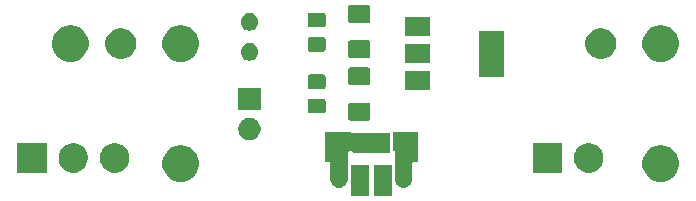
<source format=gbr>
G04 #@! TF.GenerationSoftware,KiCad,Pcbnew,5.1.5-52549c5~86~ubuntu18.04.1*
G04 #@! TF.CreationDate,2020-09-17T20:32:56-05:00*
G04 #@! TF.ProjectId,D02,4430322e-6b69-4636-9164-5f7063625858,rev?*
G04 #@! TF.SameCoordinates,Original*
G04 #@! TF.FileFunction,Soldermask,Top*
G04 #@! TF.FilePolarity,Negative*
%FSLAX46Y46*%
G04 Gerber Fmt 4.6, Leading zero omitted, Abs format (unit mm)*
G04 Created by KiCad (PCBNEW 5.1.5-52549c5~86~ubuntu18.04.1) date 2020-09-17 20:32:56*
%MOMM*%
%LPD*%
G04 APERTURE LIST*
%ADD10C,0.100000*%
G04 APERTURE END LIST*
D10*
G36*
X53212200Y-36671200D02*
G01*
X51680200Y-36671200D01*
X51680200Y-34069200D01*
X53212200Y-34069200D01*
X53212200Y-36671200D01*
G37*
G36*
X51292200Y-36671200D02*
G01*
X49760200Y-36671200D01*
X49760200Y-34069200D01*
X51292200Y-34069200D01*
X51292200Y-36671200D01*
G37*
G36*
X49184017Y-31307896D02*
G01*
X49203534Y-31313817D01*
X49227567Y-31318598D01*
X49239820Y-31319200D01*
X49737959Y-31319200D01*
X49742753Y-31323134D01*
X49764364Y-31334685D01*
X49787813Y-31341798D01*
X49812199Y-31344200D01*
X53037200Y-31344200D01*
X53037200Y-33096200D01*
X49935200Y-33096200D01*
X49935200Y-33046199D01*
X49932798Y-33021813D01*
X49925685Y-32998364D01*
X49914134Y-32976753D01*
X49898589Y-32957811D01*
X49879647Y-32942266D01*
X49858036Y-32930715D01*
X49834587Y-32923602D01*
X49810201Y-32921200D01*
X49624699Y-32921200D01*
X49600313Y-32923602D01*
X49576864Y-32930715D01*
X49555253Y-32942266D01*
X49536311Y-32957811D01*
X49520766Y-32976753D01*
X49509215Y-32998364D01*
X49502102Y-33021813D01*
X49499700Y-33046199D01*
X49499700Y-33883425D01*
X49491715Y-33898364D01*
X49484602Y-33921813D01*
X49482200Y-33946199D01*
X49482200Y-35324869D01*
X49479926Y-35333947D01*
X49471695Y-35417520D01*
X49458385Y-35461396D01*
X49430180Y-35554376D01*
X49362768Y-35680494D01*
X49272043Y-35791043D01*
X49161494Y-35881768D01*
X49035375Y-35949180D01*
X49035372Y-35949181D01*
X48898521Y-35990695D01*
X48756200Y-36004712D01*
X48613880Y-35990695D01*
X48477029Y-35949181D01*
X48477026Y-35949180D01*
X48350907Y-35881768D01*
X48240358Y-35791043D01*
X48149632Y-35680494D01*
X48082220Y-35554375D01*
X48054015Y-35461396D01*
X48040705Y-35417521D01*
X48032474Y-35333946D01*
X48030200Y-35322514D01*
X48030200Y-33946199D01*
X48027798Y-33921813D01*
X48020685Y-33898364D01*
X48009134Y-33876753D01*
X47993589Y-33857811D01*
X47974647Y-33842266D01*
X47953036Y-33830715D01*
X47929587Y-33823602D01*
X47905201Y-33821200D01*
X47572700Y-33821200D01*
X47572700Y-32947621D01*
X47575685Y-32942036D01*
X47582798Y-32918587D01*
X47585200Y-32894201D01*
X47585200Y-31319200D01*
X48892579Y-31319200D01*
X48916965Y-31316798D01*
X48928865Y-31313817D01*
X48948382Y-31307896D01*
X49066200Y-31296293D01*
X49184017Y-31307896D01*
G37*
G36*
X53929607Y-31298598D02*
G01*
X53941859Y-31299200D01*
X55437200Y-31299200D01*
X55437200Y-32894201D01*
X55439602Y-32918587D01*
X55446715Y-32942036D01*
X55449700Y-32947621D01*
X55449700Y-33821200D01*
X55087199Y-33821200D01*
X55062813Y-33823602D01*
X55039364Y-33830715D01*
X55017753Y-33842266D01*
X54998811Y-33857811D01*
X54983266Y-33876753D01*
X54971715Y-33898364D01*
X54964602Y-33921813D01*
X54962200Y-33946199D01*
X54962200Y-35274547D01*
X54960390Y-35276753D01*
X54948839Y-35298364D01*
X54939926Y-35333947D01*
X54931695Y-35417520D01*
X54918385Y-35461396D01*
X54890180Y-35554376D01*
X54822768Y-35680494D01*
X54732043Y-35791043D01*
X54621494Y-35881768D01*
X54495375Y-35949180D01*
X54495372Y-35949181D01*
X54358521Y-35990695D01*
X54216200Y-36004712D01*
X54073880Y-35990695D01*
X53937029Y-35949181D01*
X53937026Y-35949180D01*
X53810907Y-35881768D01*
X53700358Y-35791043D01*
X53609632Y-35680494D01*
X53542220Y-35554375D01*
X53514015Y-35461396D01*
X53500705Y-35417521D01*
X53490200Y-35310859D01*
X53490200Y-34889542D01*
X53500705Y-34782880D01*
X53504817Y-34769324D01*
X53509598Y-34745292D01*
X53510200Y-34733039D01*
X53510200Y-33026199D01*
X53507798Y-33001813D01*
X53500685Y-32978364D01*
X53489134Y-32956753D01*
X53473589Y-32937811D01*
X53454647Y-32922266D01*
X53433036Y-32910715D01*
X53409587Y-32903602D01*
X53385201Y-32901200D01*
X53335200Y-32901200D01*
X53335200Y-32506786D01*
X53332798Y-32482400D01*
X53329817Y-32470500D01*
X53313896Y-32418018D01*
X53305200Y-32329719D01*
X53305200Y-31870682D01*
X53313896Y-31782383D01*
X53329817Y-31729901D01*
X53334598Y-31705868D01*
X53335200Y-31693615D01*
X53335200Y-31299200D01*
X53870541Y-31299200D01*
X53882793Y-31298598D01*
X53906200Y-31296293D01*
X53929607Y-31298598D01*
G37*
G36*
X76302585Y-32448802D02*
G01*
X76452410Y-32478604D01*
X76734674Y-32595521D01*
X76988705Y-32765259D01*
X77204741Y-32981295D01*
X77374479Y-33235326D01*
X77491396Y-33517590D01*
X77551000Y-33817240D01*
X77551000Y-34122760D01*
X77491396Y-34422410D01*
X77374479Y-34704674D01*
X77204741Y-34958705D01*
X76988705Y-35174741D01*
X76734674Y-35344479D01*
X76452410Y-35461396D01*
X76302585Y-35491198D01*
X76152761Y-35521000D01*
X75847239Y-35521000D01*
X75697415Y-35491198D01*
X75547590Y-35461396D01*
X75265326Y-35344479D01*
X75011295Y-35174741D01*
X74795259Y-34958705D01*
X74625521Y-34704674D01*
X74508604Y-34422410D01*
X74449000Y-34122760D01*
X74449000Y-33817240D01*
X74508604Y-33517590D01*
X74625521Y-33235326D01*
X74795259Y-32981295D01*
X75011295Y-32765259D01*
X75265326Y-32595521D01*
X75547590Y-32478604D01*
X75697415Y-32448802D01*
X75847239Y-32419000D01*
X76152761Y-32419000D01*
X76302585Y-32448802D01*
G37*
G36*
X35662585Y-32448802D02*
G01*
X35812410Y-32478604D01*
X36094674Y-32595521D01*
X36348705Y-32765259D01*
X36564741Y-32981295D01*
X36734479Y-33235326D01*
X36851396Y-33517590D01*
X36911000Y-33817240D01*
X36911000Y-34122760D01*
X36851396Y-34422410D01*
X36734479Y-34704674D01*
X36564741Y-34958705D01*
X36348705Y-35174741D01*
X36094674Y-35344479D01*
X35812410Y-35461396D01*
X35662585Y-35491198D01*
X35512761Y-35521000D01*
X35207239Y-35521000D01*
X35057415Y-35491198D01*
X34907590Y-35461396D01*
X34625326Y-35344479D01*
X34371295Y-35174741D01*
X34155259Y-34958705D01*
X33985521Y-34704674D01*
X33868604Y-34422410D01*
X33809000Y-34122760D01*
X33809000Y-33817240D01*
X33868604Y-33517590D01*
X33985521Y-33235326D01*
X34155259Y-32981295D01*
X34371295Y-32765259D01*
X34625326Y-32595521D01*
X34907590Y-32478604D01*
X35057415Y-32448802D01*
X35207239Y-32419000D01*
X35512761Y-32419000D01*
X35662585Y-32448802D01*
G37*
G36*
X26623303Y-32274275D02*
G01*
X26850971Y-32368578D01*
X27055866Y-32505485D01*
X27230115Y-32679734D01*
X27367022Y-32884629D01*
X27367023Y-32884631D01*
X27415561Y-33001813D01*
X27461325Y-33112297D01*
X27509400Y-33353987D01*
X27509400Y-33600413D01*
X27461325Y-33842103D01*
X27367022Y-34069771D01*
X27230115Y-34274666D01*
X27055866Y-34448915D01*
X26850971Y-34585822D01*
X26850970Y-34585823D01*
X26850969Y-34585823D01*
X26623303Y-34680125D01*
X26381614Y-34728200D01*
X26135186Y-34728200D01*
X25893497Y-34680125D01*
X25665831Y-34585823D01*
X25665830Y-34585823D01*
X25665829Y-34585822D01*
X25460934Y-34448915D01*
X25286685Y-34274666D01*
X25149778Y-34069771D01*
X25055475Y-33842103D01*
X25007400Y-33600413D01*
X25007400Y-33353987D01*
X25055475Y-33112297D01*
X25101239Y-33001813D01*
X25149777Y-32884631D01*
X25149778Y-32884629D01*
X25286685Y-32679734D01*
X25460934Y-32505485D01*
X25665829Y-32368578D01*
X25893497Y-32274275D01*
X26135186Y-32226200D01*
X26381614Y-32226200D01*
X26623303Y-32274275D01*
G37*
G36*
X30123303Y-32274275D02*
G01*
X30350971Y-32368578D01*
X30555866Y-32505485D01*
X30730115Y-32679734D01*
X30867022Y-32884629D01*
X30867023Y-32884631D01*
X30915561Y-33001813D01*
X30961325Y-33112297D01*
X31009400Y-33353987D01*
X31009400Y-33600413D01*
X30961325Y-33842103D01*
X30867022Y-34069771D01*
X30730115Y-34274666D01*
X30555866Y-34448915D01*
X30350971Y-34585822D01*
X30350970Y-34585823D01*
X30350969Y-34585823D01*
X30123303Y-34680125D01*
X29881614Y-34728200D01*
X29635186Y-34728200D01*
X29393497Y-34680125D01*
X29165831Y-34585823D01*
X29165830Y-34585823D01*
X29165829Y-34585822D01*
X28960934Y-34448915D01*
X28786685Y-34274666D01*
X28649778Y-34069771D01*
X28555475Y-33842103D01*
X28507400Y-33600413D01*
X28507400Y-33353987D01*
X28555475Y-33112297D01*
X28601239Y-33001813D01*
X28649777Y-32884631D01*
X28649778Y-32884629D01*
X28786685Y-32679734D01*
X28960934Y-32505485D01*
X29165829Y-32368578D01*
X29393497Y-32274275D01*
X29635186Y-32226200D01*
X29881614Y-32226200D01*
X30123303Y-32274275D01*
G37*
G36*
X24009400Y-34728200D02*
G01*
X21507400Y-34728200D01*
X21507400Y-32226200D01*
X24009400Y-32226200D01*
X24009400Y-34728200D01*
G37*
G36*
X70260503Y-32274275D02*
G01*
X70488171Y-32368578D01*
X70693066Y-32505485D01*
X70867315Y-32679734D01*
X71004222Y-32884629D01*
X71004223Y-32884631D01*
X71052761Y-33001813D01*
X71098525Y-33112297D01*
X71146600Y-33353987D01*
X71146600Y-33600413D01*
X71098525Y-33842103D01*
X71004222Y-34069771D01*
X70867315Y-34274666D01*
X70693066Y-34448915D01*
X70488171Y-34585822D01*
X70488170Y-34585823D01*
X70488169Y-34585823D01*
X70260503Y-34680125D01*
X70018814Y-34728200D01*
X69772386Y-34728200D01*
X69530697Y-34680125D01*
X69303031Y-34585823D01*
X69303030Y-34585823D01*
X69303029Y-34585822D01*
X69098134Y-34448915D01*
X68923885Y-34274666D01*
X68786978Y-34069771D01*
X68692675Y-33842103D01*
X68644600Y-33600413D01*
X68644600Y-33353987D01*
X68692675Y-33112297D01*
X68738439Y-33001813D01*
X68786977Y-32884631D01*
X68786978Y-32884629D01*
X68923885Y-32679734D01*
X69098134Y-32505485D01*
X69303029Y-32368578D01*
X69530697Y-32274275D01*
X69772386Y-32226200D01*
X70018814Y-32226200D01*
X70260503Y-32274275D01*
G37*
G36*
X67646600Y-34728200D02*
G01*
X65144600Y-34728200D01*
X65144600Y-32226200D01*
X67646600Y-32226200D01*
X67646600Y-34728200D01*
G37*
G36*
X41450795Y-30125546D02*
G01*
X41623866Y-30197234D01*
X41679882Y-30234663D01*
X41779627Y-30301310D01*
X41912090Y-30433773D01*
X41912091Y-30433775D01*
X42016166Y-30589534D01*
X42087854Y-30762605D01*
X42124400Y-30946333D01*
X42124400Y-31133667D01*
X42087854Y-31317395D01*
X42016166Y-31490466D01*
X42016165Y-31490467D01*
X41912090Y-31646227D01*
X41779627Y-31778690D01*
X41774097Y-31782385D01*
X41623866Y-31882766D01*
X41450795Y-31954454D01*
X41267067Y-31991000D01*
X41079733Y-31991000D01*
X40896005Y-31954454D01*
X40722934Y-31882766D01*
X40572703Y-31782385D01*
X40567173Y-31778690D01*
X40434710Y-31646227D01*
X40330635Y-31490467D01*
X40330634Y-31490466D01*
X40258946Y-31317395D01*
X40222400Y-31133667D01*
X40222400Y-30946333D01*
X40258946Y-30762605D01*
X40330634Y-30589534D01*
X40434709Y-30433775D01*
X40434710Y-30433773D01*
X40567173Y-30301310D01*
X40666918Y-30234663D01*
X40722934Y-30197234D01*
X40896005Y-30125546D01*
X41079733Y-30089000D01*
X41267067Y-30089000D01*
X41450795Y-30125546D01*
G37*
G36*
X51245362Y-28795181D02*
G01*
X51280281Y-28805774D01*
X51312463Y-28822976D01*
X51340673Y-28846127D01*
X51363824Y-28874337D01*
X51381026Y-28906519D01*
X51391619Y-28941438D01*
X51395800Y-28983895D01*
X51395800Y-30125105D01*
X51391619Y-30167562D01*
X51381026Y-30202481D01*
X51363824Y-30234663D01*
X51340673Y-30262873D01*
X51312463Y-30286024D01*
X51280281Y-30303226D01*
X51245362Y-30313819D01*
X51202905Y-30318000D01*
X49736695Y-30318000D01*
X49694238Y-30313819D01*
X49659319Y-30303226D01*
X49627137Y-30286024D01*
X49598927Y-30262873D01*
X49575776Y-30234663D01*
X49558574Y-30202481D01*
X49547981Y-30167562D01*
X49543800Y-30125105D01*
X49543800Y-28983895D01*
X49547981Y-28941438D01*
X49558574Y-28906519D01*
X49575776Y-28874337D01*
X49598927Y-28846127D01*
X49627137Y-28822976D01*
X49659319Y-28805774D01*
X49694238Y-28795181D01*
X49736695Y-28791000D01*
X51202905Y-28791000D01*
X51245362Y-28795181D01*
G37*
G36*
X47451674Y-28470465D02*
G01*
X47489367Y-28481899D01*
X47524103Y-28500466D01*
X47554548Y-28525452D01*
X47579534Y-28555897D01*
X47598101Y-28590633D01*
X47609535Y-28628326D01*
X47614000Y-28673661D01*
X47614000Y-29510339D01*
X47609535Y-29555674D01*
X47598101Y-29593367D01*
X47579534Y-29628103D01*
X47554548Y-29658548D01*
X47524103Y-29683534D01*
X47489367Y-29702101D01*
X47451674Y-29713535D01*
X47406339Y-29718000D01*
X46319661Y-29718000D01*
X46274326Y-29713535D01*
X46236633Y-29702101D01*
X46201897Y-29683534D01*
X46171452Y-29658548D01*
X46146466Y-29628103D01*
X46127899Y-29593367D01*
X46116465Y-29555674D01*
X46112000Y-29510339D01*
X46112000Y-28673661D01*
X46116465Y-28628326D01*
X46127899Y-28590633D01*
X46146466Y-28555897D01*
X46171452Y-28525452D01*
X46201897Y-28500466D01*
X46236633Y-28481899D01*
X46274326Y-28470465D01*
X46319661Y-28466000D01*
X47406339Y-28466000D01*
X47451674Y-28470465D01*
G37*
G36*
X42124400Y-29451000D02*
G01*
X40222400Y-29451000D01*
X40222400Y-27549000D01*
X42124400Y-27549000D01*
X42124400Y-29451000D01*
G37*
G36*
X56448000Y-27764400D02*
G01*
X54346000Y-27764400D01*
X54346000Y-26162400D01*
X56448000Y-26162400D01*
X56448000Y-27764400D01*
G37*
G36*
X47451674Y-26420465D02*
G01*
X47489367Y-26431899D01*
X47524103Y-26450466D01*
X47554548Y-26475452D01*
X47579534Y-26505897D01*
X47598101Y-26540633D01*
X47609535Y-26578326D01*
X47614000Y-26623661D01*
X47614000Y-27460339D01*
X47609535Y-27505674D01*
X47598101Y-27543367D01*
X47579534Y-27578103D01*
X47554548Y-27608548D01*
X47524103Y-27633534D01*
X47489367Y-27652101D01*
X47451674Y-27663535D01*
X47406339Y-27668000D01*
X46319661Y-27668000D01*
X46274326Y-27663535D01*
X46236633Y-27652101D01*
X46201897Y-27633534D01*
X46171452Y-27608548D01*
X46146466Y-27578103D01*
X46127899Y-27543367D01*
X46116465Y-27505674D01*
X46112000Y-27460339D01*
X46112000Y-26623661D01*
X46116465Y-26578326D01*
X46127899Y-26540633D01*
X46146466Y-26505897D01*
X46171452Y-26475452D01*
X46201897Y-26450466D01*
X46236633Y-26431899D01*
X46274326Y-26420465D01*
X46319661Y-26416000D01*
X47406339Y-26416000D01*
X47451674Y-26420465D01*
G37*
G36*
X51245362Y-25820181D02*
G01*
X51280281Y-25830774D01*
X51312463Y-25847976D01*
X51340673Y-25871127D01*
X51363824Y-25899337D01*
X51381026Y-25931519D01*
X51391619Y-25966438D01*
X51395800Y-26008895D01*
X51395800Y-27150105D01*
X51391619Y-27192562D01*
X51381026Y-27227481D01*
X51363824Y-27259663D01*
X51340673Y-27287873D01*
X51312463Y-27311024D01*
X51280281Y-27328226D01*
X51245362Y-27338819D01*
X51202905Y-27343000D01*
X49736695Y-27343000D01*
X49694238Y-27338819D01*
X49659319Y-27328226D01*
X49627137Y-27311024D01*
X49598927Y-27287873D01*
X49575776Y-27259663D01*
X49558574Y-27227481D01*
X49547981Y-27192562D01*
X49543800Y-27150105D01*
X49543800Y-26008895D01*
X49547981Y-25966438D01*
X49558574Y-25931519D01*
X49575776Y-25899337D01*
X49598927Y-25871127D01*
X49627137Y-25847976D01*
X49659319Y-25830774D01*
X49694238Y-25820181D01*
X49736695Y-25816000D01*
X51202905Y-25816000D01*
X51245362Y-25820181D01*
G37*
G36*
X62748000Y-26614400D02*
G01*
X60646000Y-26614400D01*
X60646000Y-22712400D01*
X62748000Y-22712400D01*
X62748000Y-26614400D01*
G37*
G36*
X56448000Y-25464400D02*
G01*
X54346000Y-25464400D01*
X54346000Y-23862400D01*
X56448000Y-23862400D01*
X56448000Y-25464400D01*
G37*
G36*
X26302585Y-22288802D02*
G01*
X26452410Y-22318604D01*
X26734674Y-22435521D01*
X26988705Y-22605259D01*
X27204741Y-22821295D01*
X27374479Y-23075326D01*
X27491396Y-23357590D01*
X27551000Y-23657240D01*
X27551000Y-23962760D01*
X27491396Y-24262410D01*
X27374479Y-24544674D01*
X27204741Y-24798705D01*
X26988705Y-25014741D01*
X26734674Y-25184479D01*
X26452410Y-25301396D01*
X26302585Y-25331198D01*
X26152761Y-25361000D01*
X25847239Y-25361000D01*
X25697415Y-25331198D01*
X25547590Y-25301396D01*
X25265326Y-25184479D01*
X25011295Y-25014741D01*
X24795259Y-24798705D01*
X24625521Y-24544674D01*
X24508604Y-24262410D01*
X24449000Y-23962760D01*
X24449000Y-23657240D01*
X24508604Y-23357590D01*
X24625521Y-23075326D01*
X24795259Y-22821295D01*
X25011295Y-22605259D01*
X25265326Y-22435521D01*
X25547590Y-22318604D01*
X25697415Y-22288802D01*
X25847239Y-22259000D01*
X26152761Y-22259000D01*
X26302585Y-22288802D01*
G37*
G36*
X76302585Y-22288802D02*
G01*
X76452410Y-22318604D01*
X76734674Y-22435521D01*
X76988705Y-22605259D01*
X77204741Y-22821295D01*
X77374479Y-23075326D01*
X77491396Y-23357590D01*
X77551000Y-23657240D01*
X77551000Y-23962760D01*
X77491396Y-24262410D01*
X77374479Y-24544674D01*
X77204741Y-24798705D01*
X76988705Y-25014741D01*
X76734674Y-25184479D01*
X76452410Y-25301396D01*
X76302585Y-25331198D01*
X76152761Y-25361000D01*
X75847239Y-25361000D01*
X75697415Y-25331198D01*
X75547590Y-25301396D01*
X75265326Y-25184479D01*
X75011295Y-25014741D01*
X74795259Y-24798705D01*
X74625521Y-24544674D01*
X74508604Y-24262410D01*
X74449000Y-23962760D01*
X74449000Y-23657240D01*
X74508604Y-23357590D01*
X74625521Y-23075326D01*
X74795259Y-22821295D01*
X75011295Y-22605259D01*
X75265326Y-22435521D01*
X75547590Y-22318604D01*
X75697415Y-22288802D01*
X75847239Y-22259000D01*
X76152761Y-22259000D01*
X76302585Y-22288802D01*
G37*
G36*
X35662585Y-22288802D02*
G01*
X35812410Y-22318604D01*
X36094674Y-22435521D01*
X36348705Y-22605259D01*
X36564741Y-22821295D01*
X36734479Y-23075326D01*
X36851396Y-23357590D01*
X36911000Y-23657240D01*
X36911000Y-23962760D01*
X36851396Y-24262410D01*
X36734479Y-24544674D01*
X36564741Y-24798705D01*
X36348705Y-25014741D01*
X36094674Y-25184479D01*
X35812410Y-25301396D01*
X35662585Y-25331198D01*
X35512761Y-25361000D01*
X35207239Y-25361000D01*
X35057415Y-25331198D01*
X34907590Y-25301396D01*
X34625326Y-25184479D01*
X34371295Y-25014741D01*
X34155259Y-24798705D01*
X33985521Y-24544674D01*
X33868604Y-24262410D01*
X33809000Y-23962760D01*
X33809000Y-23657240D01*
X33868604Y-23357590D01*
X33985521Y-23075326D01*
X34155259Y-22821295D01*
X34371295Y-22605259D01*
X34625326Y-22435521D01*
X34907590Y-22318604D01*
X35057415Y-22288802D01*
X35207239Y-22259000D01*
X35512761Y-22259000D01*
X35662585Y-22288802D01*
G37*
G36*
X41381575Y-23775695D02*
G01*
X41392459Y-23777860D01*
X41529132Y-23834472D01*
X41652135Y-23916660D01*
X41756740Y-24021265D01*
X41756741Y-24021267D01*
X41838929Y-24144270D01*
X41895540Y-24280941D01*
X41924400Y-24426032D01*
X41924400Y-24573968D01*
X41895540Y-24719059D01*
X41844656Y-24841905D01*
X41838928Y-24855732D01*
X41756740Y-24978735D01*
X41652135Y-25083340D01*
X41529132Y-25165528D01*
X41529131Y-25165529D01*
X41529130Y-25165529D01*
X41392459Y-25222140D01*
X41247368Y-25251000D01*
X41099432Y-25251000D01*
X40954341Y-25222140D01*
X40817670Y-25165529D01*
X40817669Y-25165529D01*
X40817668Y-25165528D01*
X40694665Y-25083340D01*
X40590060Y-24978735D01*
X40507872Y-24855732D01*
X40502145Y-24841905D01*
X40451260Y-24719059D01*
X40422400Y-24573968D01*
X40422400Y-24426032D01*
X40451260Y-24280941D01*
X40507871Y-24144270D01*
X40590059Y-24021267D01*
X40590060Y-24021265D01*
X40694665Y-23916660D01*
X40817668Y-23834472D01*
X40954341Y-23777860D01*
X40965225Y-23775695D01*
X41099432Y-23749000D01*
X41247368Y-23749000D01*
X41381575Y-23775695D01*
G37*
G36*
X71299393Y-22559304D02*
G01*
X71536101Y-22657352D01*
X71536103Y-22657353D01*
X71749135Y-22799696D01*
X71930304Y-22980865D01*
X72072647Y-23193897D01*
X72072648Y-23193899D01*
X72170696Y-23430607D01*
X72220680Y-23681893D01*
X72220680Y-23938107D01*
X72170696Y-24189393D01*
X72072676Y-24426033D01*
X72072647Y-24426103D01*
X71930304Y-24639135D01*
X71749135Y-24820304D01*
X71536103Y-24962647D01*
X71536102Y-24962648D01*
X71536101Y-24962648D01*
X71299393Y-25060696D01*
X71048107Y-25110680D01*
X70791893Y-25110680D01*
X70540607Y-25060696D01*
X70303899Y-24962648D01*
X70303898Y-24962648D01*
X70303897Y-24962647D01*
X70090865Y-24820304D01*
X69909696Y-24639135D01*
X69767353Y-24426103D01*
X69767324Y-24426033D01*
X69669304Y-24189393D01*
X69619320Y-23938107D01*
X69619320Y-23681893D01*
X69669304Y-23430607D01*
X69767352Y-23193899D01*
X69767353Y-23193897D01*
X69909696Y-22980865D01*
X70090865Y-22799696D01*
X70303897Y-22657353D01*
X70303899Y-22657352D01*
X70540607Y-22559304D01*
X70791893Y-22509320D01*
X71048107Y-22509320D01*
X71299393Y-22559304D01*
G37*
G36*
X30659393Y-22559304D02*
G01*
X30896101Y-22657352D01*
X30896103Y-22657353D01*
X31109135Y-22799696D01*
X31290304Y-22980865D01*
X31432647Y-23193897D01*
X31432648Y-23193899D01*
X31530696Y-23430607D01*
X31580680Y-23681893D01*
X31580680Y-23938107D01*
X31530696Y-24189393D01*
X31432676Y-24426033D01*
X31432647Y-24426103D01*
X31290304Y-24639135D01*
X31109135Y-24820304D01*
X30896103Y-24962647D01*
X30896102Y-24962648D01*
X30896101Y-24962648D01*
X30659393Y-25060696D01*
X30408107Y-25110680D01*
X30151893Y-25110680D01*
X29900607Y-25060696D01*
X29663899Y-24962648D01*
X29663898Y-24962648D01*
X29663897Y-24962647D01*
X29450865Y-24820304D01*
X29269696Y-24639135D01*
X29127353Y-24426103D01*
X29127324Y-24426033D01*
X29029304Y-24189393D01*
X28979320Y-23938107D01*
X28979320Y-23681893D01*
X29029304Y-23430607D01*
X29127352Y-23193899D01*
X29127353Y-23193897D01*
X29269696Y-22980865D01*
X29450865Y-22799696D01*
X29663897Y-22657353D01*
X29663899Y-22657352D01*
X29900607Y-22559304D01*
X30151893Y-22509320D01*
X30408107Y-22509320D01*
X30659393Y-22559304D01*
G37*
G36*
X51245362Y-23511981D02*
G01*
X51280281Y-23522574D01*
X51312463Y-23539776D01*
X51340673Y-23562927D01*
X51363824Y-23591137D01*
X51381026Y-23623319D01*
X51391619Y-23658238D01*
X51395800Y-23700695D01*
X51395800Y-24841905D01*
X51391619Y-24884362D01*
X51381026Y-24919281D01*
X51363824Y-24951463D01*
X51340673Y-24979673D01*
X51312463Y-25002824D01*
X51280281Y-25020026D01*
X51245362Y-25030619D01*
X51202905Y-25034800D01*
X49736695Y-25034800D01*
X49694238Y-25030619D01*
X49659319Y-25020026D01*
X49627137Y-25002824D01*
X49598927Y-24979673D01*
X49575776Y-24951463D01*
X49558574Y-24919281D01*
X49547981Y-24884362D01*
X49543800Y-24841905D01*
X49543800Y-23700695D01*
X49547981Y-23658238D01*
X49558574Y-23623319D01*
X49575776Y-23591137D01*
X49598927Y-23562927D01*
X49627137Y-23539776D01*
X49659319Y-23522574D01*
X49694238Y-23511981D01*
X49736695Y-23507800D01*
X51202905Y-23507800D01*
X51245362Y-23511981D01*
G37*
G36*
X47451674Y-23238065D02*
G01*
X47489367Y-23249499D01*
X47524103Y-23268066D01*
X47554548Y-23293052D01*
X47579534Y-23323497D01*
X47598101Y-23358233D01*
X47609535Y-23395926D01*
X47614000Y-23441261D01*
X47614000Y-24277939D01*
X47609535Y-24323274D01*
X47598101Y-24360967D01*
X47579534Y-24395703D01*
X47554548Y-24426148D01*
X47524103Y-24451134D01*
X47489367Y-24469701D01*
X47451674Y-24481135D01*
X47406339Y-24485600D01*
X46319661Y-24485600D01*
X46274326Y-24481135D01*
X46236633Y-24469701D01*
X46201897Y-24451134D01*
X46171452Y-24426148D01*
X46146466Y-24395703D01*
X46127899Y-24360967D01*
X46116465Y-24323274D01*
X46112000Y-24277939D01*
X46112000Y-23441261D01*
X46116465Y-23395926D01*
X46127899Y-23358233D01*
X46146466Y-23323497D01*
X46171452Y-23293052D01*
X46201897Y-23268066D01*
X46236633Y-23249499D01*
X46274326Y-23238065D01*
X46319661Y-23233600D01*
X47406339Y-23233600D01*
X47451674Y-23238065D01*
G37*
G36*
X56448000Y-23164400D02*
G01*
X54346000Y-23164400D01*
X54346000Y-21562400D01*
X56448000Y-21562400D01*
X56448000Y-23164400D01*
G37*
G36*
X41292946Y-21218066D02*
G01*
X41392459Y-21237860D01*
X41529132Y-21294472D01*
X41652135Y-21376660D01*
X41756740Y-21481265D01*
X41838928Y-21604268D01*
X41895540Y-21740941D01*
X41924400Y-21886033D01*
X41924400Y-22033967D01*
X41895540Y-22179059D01*
X41838928Y-22315732D01*
X41756740Y-22438735D01*
X41652135Y-22543340D01*
X41529132Y-22625528D01*
X41529131Y-22625529D01*
X41529130Y-22625529D01*
X41392459Y-22682140D01*
X41247368Y-22711000D01*
X41099432Y-22711000D01*
X40954341Y-22682140D01*
X40817670Y-22625529D01*
X40817669Y-22625529D01*
X40817668Y-22625528D01*
X40694665Y-22543340D01*
X40590060Y-22438735D01*
X40507872Y-22315732D01*
X40451260Y-22179059D01*
X40422400Y-22033967D01*
X40422400Y-21886033D01*
X40451260Y-21740941D01*
X40507872Y-21604268D01*
X40590060Y-21481265D01*
X40694665Y-21376660D01*
X40817668Y-21294472D01*
X40954341Y-21237860D01*
X41053854Y-21218066D01*
X41099432Y-21209000D01*
X41247368Y-21209000D01*
X41292946Y-21218066D01*
G37*
G36*
X47451674Y-21188065D02*
G01*
X47489367Y-21199499D01*
X47524103Y-21218066D01*
X47554548Y-21243052D01*
X47579534Y-21273497D01*
X47598101Y-21308233D01*
X47609535Y-21345926D01*
X47614000Y-21391261D01*
X47614000Y-22227939D01*
X47609535Y-22273274D01*
X47598101Y-22310967D01*
X47579534Y-22345703D01*
X47554548Y-22376148D01*
X47524103Y-22401134D01*
X47489367Y-22419701D01*
X47451674Y-22431135D01*
X47406339Y-22435600D01*
X46319661Y-22435600D01*
X46274326Y-22431135D01*
X46236633Y-22419701D01*
X46201897Y-22401134D01*
X46171452Y-22376148D01*
X46146466Y-22345703D01*
X46127899Y-22310967D01*
X46116465Y-22273274D01*
X46112000Y-22227939D01*
X46112000Y-21391261D01*
X46116465Y-21345926D01*
X46127899Y-21308233D01*
X46146466Y-21273497D01*
X46171452Y-21243052D01*
X46201897Y-21218066D01*
X46236633Y-21199499D01*
X46274326Y-21188065D01*
X46319661Y-21183600D01*
X47406339Y-21183600D01*
X47451674Y-21188065D01*
G37*
G36*
X51245362Y-20536981D02*
G01*
X51280281Y-20547574D01*
X51312463Y-20564776D01*
X51340673Y-20587927D01*
X51363824Y-20616137D01*
X51381026Y-20648319D01*
X51391619Y-20683238D01*
X51395800Y-20725695D01*
X51395800Y-21866905D01*
X51391619Y-21909362D01*
X51381026Y-21944281D01*
X51363824Y-21976463D01*
X51340673Y-22004673D01*
X51312463Y-22027824D01*
X51280281Y-22045026D01*
X51245362Y-22055619D01*
X51202905Y-22059800D01*
X49736695Y-22059800D01*
X49694238Y-22055619D01*
X49659319Y-22045026D01*
X49627137Y-22027824D01*
X49598927Y-22004673D01*
X49575776Y-21976463D01*
X49558574Y-21944281D01*
X49547981Y-21909362D01*
X49543800Y-21866905D01*
X49543800Y-20725695D01*
X49547981Y-20683238D01*
X49558574Y-20648319D01*
X49575776Y-20616137D01*
X49598927Y-20587927D01*
X49627137Y-20564776D01*
X49659319Y-20547574D01*
X49694238Y-20536981D01*
X49736695Y-20532800D01*
X51202905Y-20532800D01*
X51245362Y-20536981D01*
G37*
M02*

</source>
